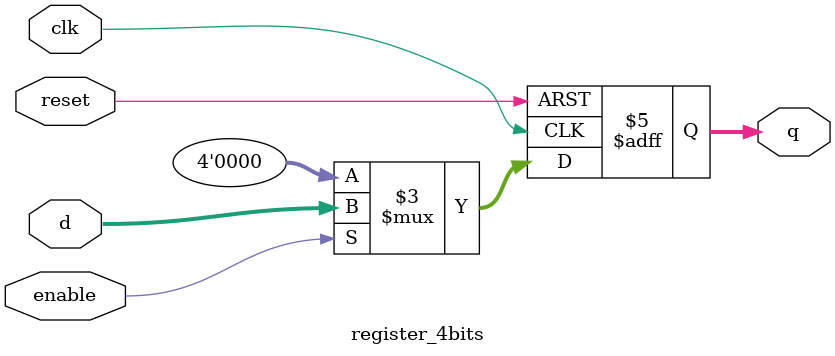
<source format=v>
module register_4bits (
    input clk,        // Sinal de clock
    input reset,      // Sinal de reset (ativo em nível alto)
    input enable,
    input [3:0] d,    // Entrada de 4 bits
    output reg [3:0] q // Saída de 4 bits
);
    // Sempre que houver uma borda de subida no clock ou no reset
    always @(posedge clk or posedge reset) begin
        if (reset) begin
            q <= 4'b0000; // Se reset estiver ativo, o registrador é limpo
        end else begin
            if (enable) begin
                q <= d; 
            end else begin
                q <= 4'b0000;
            end
        end
    end
endmodule

</source>
